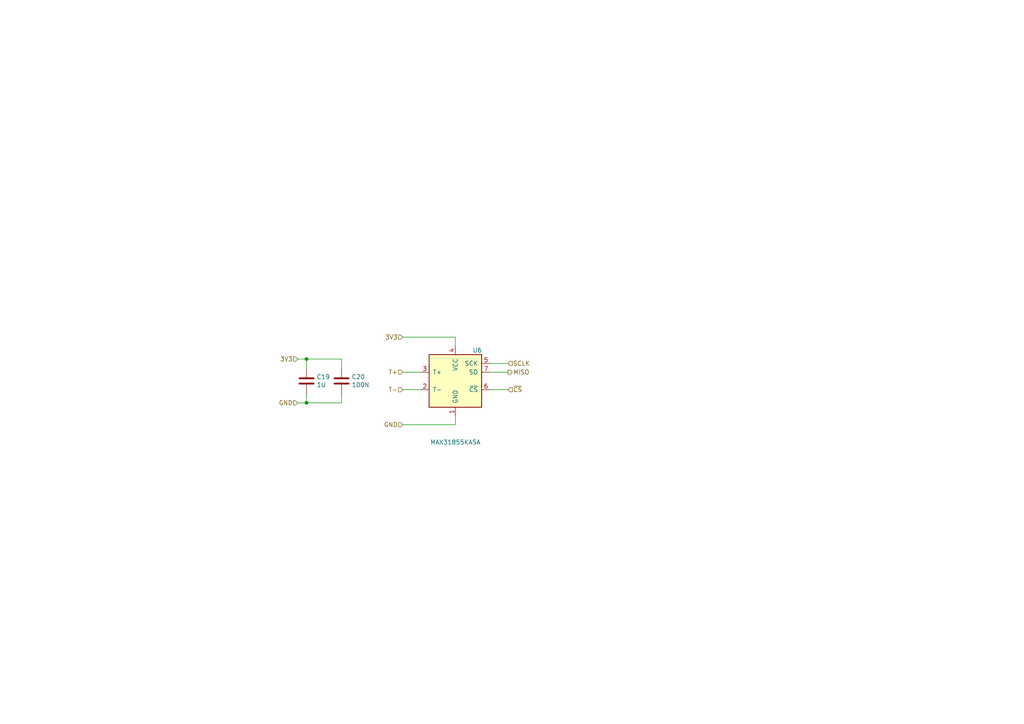
<source format=kicad_sch>
(kicad_sch (version 20211123) (generator eeschema)
  (paper "A4")
  (lib_symbols
    (symbol "Device:C" (pin_numbers hide) (pin_names (offset 0.254))
      (property "Reference" "C" (at 0.635 2.54 0))
      (property "Value" "C" (at 0.635 -2.54 0))
      (symbol "C_0_1"
        (polyline (pts (xy -2.032 -0.762) (xy 2.032 -0.762)) (stroke (width 0.508)))
        (polyline (pts (xy -2.032 0.762) (xy 2.032 0.762)) (stroke (width 0.508)))
      )
      (symbol "C_1_1"
        (pin passive line (at 0 3.81 270) (length 2.794) (name "~") (number "1"))
        (pin passive line (at 0 -3.81 90) (length 2.794) (name "~") (number "2"))
      )
    )
    (symbol "Sensor_Temperature:MAX31855KASA" (pin_names (offset 1.016))
      (property "Reference" "U" (at -7.62 8.89 0))
      (property "Value" "MAX31855KASA" (at 1.27 8.89 0))
      (symbol "MAX31855KASA_0_1"
        (rectangle (start -7.62 7.62) (end 7.62 -7.62) (stroke (width 0.254)) (fill (type background)))
      )
      (symbol "MAX31855KASA_1_1"
        (pin power_in line (at 0 -10.16 90) (length 2.54) (name "GND") (number "1"))
        (pin passive line (at -10.16 -2.54 0) (length 2.54) (name "T-") (number "2"))
        (pin passive line (at -10.16 2.54 0) (length 2.54) (name "T+") (number "3"))
        (pin power_in line (at 0 10.16 270) (length 2.54) (name "VCC") (number "4"))
        (pin input line (at 10.16 5.08 180) (length 2.54) (name "SCK") (number "5"))
        (pin input line (at 10.16 -2.54 180) (length 2.54) (name "~{CS}") (number "6"))
        (pin tri_state line (at 10.16 2.54 180) (length 2.54) (name "SO") (number "7"))
      )
    )
  )
  (junction (at 88.9 116.84))
  (junction (at 88.9 104.14))
  (wire (pts (xy 99.06 114.3) (xy 99.06 116.84)))
  (wire (pts (xy 116.84 97.79) (xy 132.08 97.79)))
  (wire (pts (xy 142.24 105.41) (xy 147.32 105.41)))
  (wire (pts (xy 88.9 104.14) (xy 88.9 106.68)))
  (wire (pts (xy 116.84 107.95) (xy 121.92 107.95)))
  (wire (pts (xy 99.06 106.68) (xy 99.06 104.14)))
  (wire (pts (xy 116.84 113.03) (xy 121.92 113.03)))
  (wire (pts (xy 99.06 116.84) (xy 88.9 116.84)))
  (wire (pts (xy 132.08 97.79) (xy 132.08 100.33)))
  (wire (pts (xy 88.9 116.84) (xy 88.9 114.3)))
  (wire (pts (xy 116.84 123.19) (xy 132.08 123.19)))
  (wire (pts (xy 147.32 107.95) (xy 142.24 107.95)))
  (wire (pts (xy 86.36 116.84) (xy 88.9 116.84)))
  (wire (pts (xy 132.08 123.19) (xy 132.08 120.65)))
  (wire (pts (xy 86.36 104.14) (xy 88.9 104.14)))
  (wire (pts (xy 142.24 113.03) (xy 147.32 113.03)))
  (wire (pts (xy 99.06 104.14) (xy 88.9 104.14)))
  (hierarchical_label "T+" (shape input) (at 116.84 107.95 180))
  (hierarchical_label "MISO" (shape output) (at 147.32 107.95 0))
  (hierarchical_label "T-" (shape input) (at 116.84 113.03 180))
  (hierarchical_label "3V3" (shape input) (at 116.84 97.79 180))
  (hierarchical_label "GND" (shape input) (at 116.84 123.19 180))
  (hierarchical_label "SCLK" (shape input) (at 147.32 105.41 0))
  (hierarchical_label "3V3" (shape input) (at 86.36 104.14 180))
  (hierarchical_label "~{CS}" (shape input) (at 147.32 113.03 0))
  (hierarchical_label "GND" (shape input) (at 86.36 116.84 180))
  (symbol (lib_id "Sensor_Temperature:MAX31855KASA") (at 132.08 110.49 0) (unit 1)
    (property "Reference" "U6" (at 138.43 101.6 0))
    (property "Value" "MAX31855KASA" (at 132.08 128.27 0))
    (property "Footprint" "Package_SO:SOIC-8_3.9x4.9mm_P1.27mm" (effects hide))
    (property "Datasheet" "http://datasheets.maximintegrated.com/en/ds/MAX31855.pdf" (effects hide))
  )
  (symbol (lib_id "Device:C") (at 88.9 110.49 0) (unit 1)
    (property "Reference" "C19" (at 91.821 109.3216 0) (effects (justify left)))
    (property "Value" "1U" (at 91.821 111.633 0) (effects (justify left)))
    (property "Footprint" "Capacitor_SMD:C_0603_1608Metric" (effects hide))
  )
  (symbol (lib_id "Device:C") (at 99.06 110.49 0) (unit 1)
    (property "Reference" "C20" (at 101.981 109.3216 0) (effects (justify left)))
    (property "Value" "100N" (at 101.981 111.633 0) (effects (justify left)))
    (property "Footprint" "Capacitor_SMD:C_0603_1608Metric" (effects hide))
  )
)
</source>
